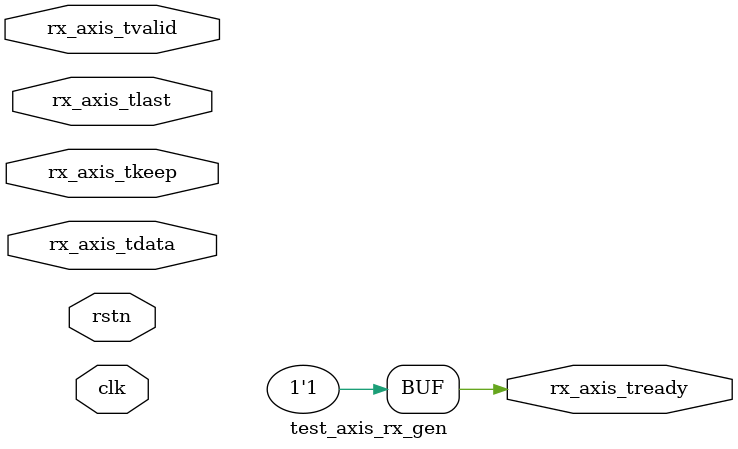
<source format=v>
`timescale 1ns / 1ps
module test_axis_rx_gen #(
    parameter                           AXIS_DATA_WIDTH     = 64    ,
    parameter                           TEST_RX_SIZE        = 1024
)(
    // >>>>>>>>>> sys
    input                               clk                     ,
    input                               rstn                    ,
    // >>>>>>>>>> axis
    input   [AXIS_DATA_WIDTH-1 : 0]     rx_axis_tdata           ,
    input   [AXIS_DATA_WIDTH/8-1 : 0]   rx_axis_tkeep           ,
    input                               rx_axis_tvalid          ,
    input                               rx_axis_tlast           ,
    output                              rx_axis_tready
    );

// >>>>>>>>>> var
reg     [AXIS_DATA_WIDTH-1 : 0]         test_data;
reg     [$clog2(TEST_RX_SIZE/8)-1 : 0]  test_rx_cnt;

// >>>>>>>>>> axis
assign rx_axis_tready   = 1'd1;

always @(posedge clk or negedge rstn) begin
    if(rstn == 1'd0)
        test_data <= 'd0;
    else if(rx_axis_tvalid == 1'd1)
        test_data <= rx_axis_tdata;
end

always @(posedge clk or negedge rstn) begin
    if(rstn == 1'd0)
        test_rx_cnt <= 'd0;
    else if(rx_axis_tlast == 1'd1)
        test_rx_cnt <= 'd0;
    else
        test_rx_cnt <= test_rx_cnt + 1'd1;
end

endmodule

</source>
